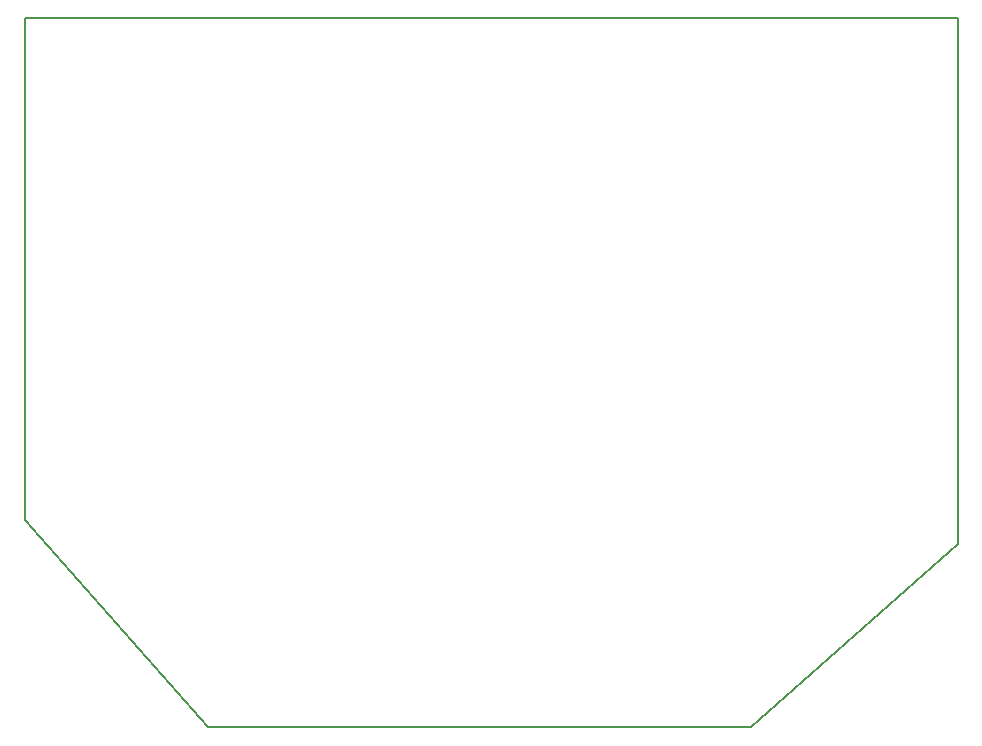
<source format=gbr>
%TF.GenerationSoftware,KiCad,Pcbnew,9.0.0*%
%TF.CreationDate,2025-03-28T01:21:01+02:00*%
%TF.ProjectId,MMPOwerBoardKiCAD9Version,4d4d504f-7765-4724-926f-6172644b6943,rev?*%
%TF.SameCoordinates,Original*%
%TF.FileFunction,Profile,NP*%
%FSLAX46Y46*%
G04 Gerber Fmt 4.6, Leading zero omitted, Abs format (unit mm)*
G04 Created by KiCad (PCBNEW 9.0.0) date 2025-03-28 01:21:01*
%MOMM*%
%LPD*%
G01*
G04 APERTURE LIST*
%TA.AperFunction,Profile*%
%ADD10C,0.200000*%
%TD*%
G04 APERTURE END LIST*
D10*
X242500000Y-49000000D02*
X243500000Y-49000000D01*
X180000000Y-109000000D02*
X226000000Y-109000000D01*
X164500000Y-49000000D02*
X164500000Y-91500000D01*
X243500000Y-49000000D02*
X243500000Y-93500000D01*
X243500000Y-93500000D02*
X226000000Y-109000000D01*
X164500000Y-49000000D02*
X242500000Y-49000000D01*
X180000000Y-109000000D02*
X164500000Y-91500000D01*
M02*

</source>
